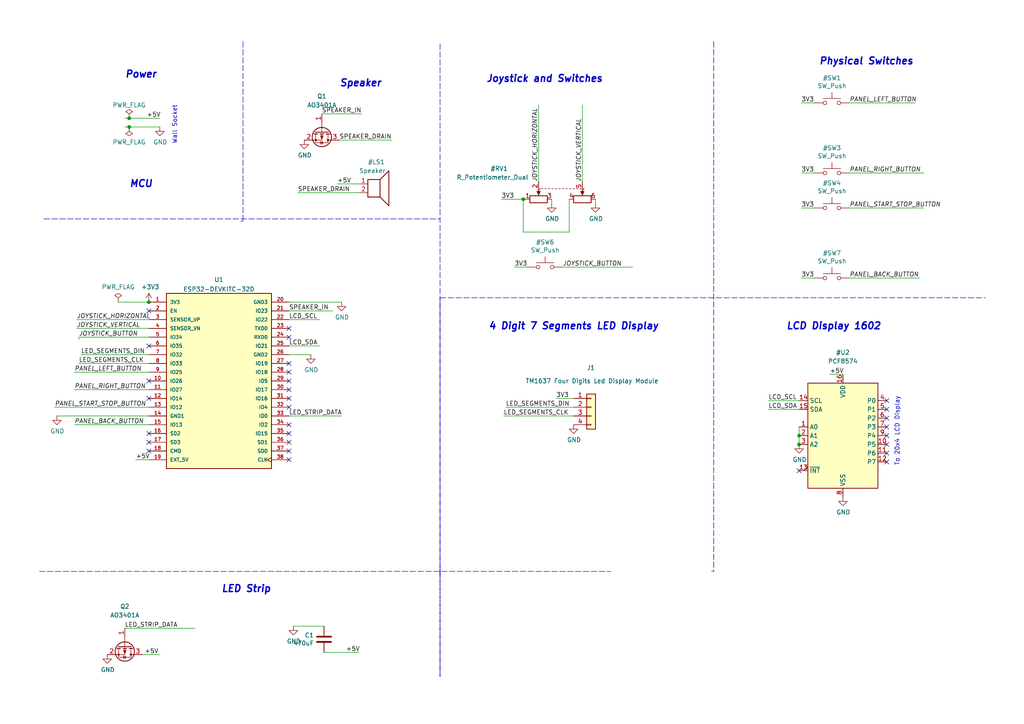
<source format=kicad_sch>
(kicad_sch (version 20211123) (generator eeschema)
  (paper "A4")
  (lib_symbols
    (symbol "Connector_Generic:Conn_01x04" (pin_names (offset 1.016) hide)
      (property "Reference" "J" (at 0 5.08 0))
      (property "Value" "Conn_01x04" (at 0 -7.62 0))
      (symbol "Conn_01x04_1_1"
        (rectangle (start -1.27 -4.953) (end 0 -5.207) (stroke (width 0.1524)))
        (rectangle (start -1.27 -2.413) (end 0 -2.667) (stroke (width 0.1524)))
        (rectangle (start -1.27 0.127) (end 0 -0.127) (stroke (width 0.1524)))
        (rectangle (start -1.27 2.667) (end 0 2.413) (stroke (width 0.1524)))
        (rectangle (start -1.27 3.81) (end 1.27 -6.35) (stroke (width 0.254)) (fill (type background)))
        (pin passive line (at -5.08 2.54 0) (length 3.81) (name "Pin_1") (number "1"))
        (pin passive line (at -5.08 0 0) (length 3.81) (name "Pin_2") (number "2"))
        (pin passive line (at -5.08 -2.54 0) (length 3.81) (name "Pin_3") (number "3"))
        (pin passive line (at -5.08 -5.08 0) (length 3.81) (name "Pin_4") (number "4"))
      )
    )
    (symbol "Device:C" (pin_numbers hide) (pin_names (offset 0.254))
      (property "Reference" "C" (at 0.635 2.54 0))
      (property "Value" "C" (at 0.635 -2.54 0))
      (symbol "C_0_1"
        (polyline (pts (xy -2.032 -0.762) (xy 2.032 -0.762)) (stroke (width 0.508)))
        (polyline (pts (xy -2.032 0.762) (xy 2.032 0.762)) (stroke (width 0.508)))
      )
      (symbol "C_1_1"
        (pin passive line (at 0 3.81 270) (length 2.794) (name "~") (number "1"))
        (pin passive line (at 0 -3.81 90) (length 2.794) (name "~") (number "2"))
      )
    )
    (symbol "Device:R_Potentiometer_Dual" (pin_names (offset 1.016) hide)
      (property "Reference" "RV" (at 0 3.81 0))
      (property "Value" "R_Potentiometer_Dual" (at 0 1.905 0))
      (symbol "R_Potentiometer_Dual_0_1"
        (rectangle (start -8.89 -1.524) (end -3.81 -3.556) (stroke (width 0.254)))
        (polyline (pts (xy -6.35 0) (xy -6.35 -1.016)))
        (polyline (pts (xy -6.35 0) (xy -6.35 -1.016)))
        (polyline (pts (xy -6.35 0) (xy -5.842 0.508)))
        (polyline (pts (xy -5.588 0.508) (xy -5.08 0.508)))
        (polyline (pts (xy -4.572 0.508) (xy -4.064 0.508)))
        (polyline (pts (xy -3.556 0.508) (xy -3.048 0.508)))
        (polyline (pts (xy -2.54 0.508) (xy -2.032 0.508)))
        (polyline (pts (xy -1.524 0.508) (xy -1.016 0.508)))
        (polyline (pts (xy -0.508 0.508) (xy 0 0.508)))
        (polyline (pts (xy 0.508 0.508) (xy 1.016 0.508)))
        (polyline (pts (xy 1.524 0.508) (xy 2.032 0.508)))
        (polyline (pts (xy 2.54 0.508) (xy 3.048 0.508)))
        (polyline (pts (xy 3.556 0.508) (xy 4.064 0.508)))
        (polyline (pts (xy 4.572 0.508) (xy 5.08 0.508)))
        (polyline (pts (xy 5.588 0.508) (xy 6.096 0.508)))
        (polyline (pts (xy 6.35 0) (xy 6.35 -1.016)))
        (polyline (pts (xy 6.35 0) (xy 6.35 -1.016)))
        (polyline (pts (xy 6.604 0.508) (xy 6.858 0.508) (xy 6.35 0)))
        (polyline (pts (xy -6.35 -1.397) (xy -6.858 -0.254) (xy -5.842 -0.254) (xy -6.35 -1.397)) (fill (type outline)))
        (polyline (pts (xy 6.35 -1.397) (xy 5.842 -0.254) (xy 6.858 -0.254) (xy 6.35 -1.397)) (fill (type outline)))
        (rectangle (start 3.81 -1.524) (end 8.89 -3.556) (stroke (width 0.254)))
      )
      (symbol "R_Potentiometer_Dual_1_1"
        (pin passive line (at -10.16 -2.54 0) (length 1.27) (name "1") (number "1"))
        (pin passive line (at -6.35 2.54 270) (length 2.54) (name "2") (number "2"))
        (pin passive line (at -2.54 -2.54 180) (length 1.27) (name "3") (number "3"))
        (pin passive line (at 2.54 -2.54 0) (length 1.27) (name "4") (number "4"))
        (pin passive line (at 6.35 2.54 270) (length 2.54) (name "5") (number "5"))
        (pin passive line (at 10.16 -2.54 180) (length 1.27) (name "6") (number "6"))
      )
    )
    (symbol "Device:Speaker" (pin_names (offset 0) hide)
      (property "Reference" "LS" (at 1.27 5.715 0))
      (property "Value" "Speaker" (at 1.27 3.81 0))
      (symbol "Speaker_0_0"
        (rectangle (start -2.54 1.27) (end 1.016 -3.81) (stroke (width 0.254)))
        (polyline (pts (xy 1.016 1.27) (xy 3.556 3.81) (xy 3.556 -6.35) (xy 1.016 -3.81)) (stroke (width 0.254)))
      )
      (symbol "Speaker_1_1"
        (pin input line (at -5.08 0 0) (length 2.54) (name "1") (number "1"))
        (pin input line (at -5.08 -2.54 0) (length 2.54) (name "2") (number "2"))
      )
    )
    (symbol "ESP32-DEVKITC-32D:ESP32-DEVKITC-32D" (pin_names (offset 1.016))
      (property "Reference" "U" (at -15.2654 26.0604 0))
      (property "Value" "ESP32-DEVKITC-32D" (at -15.2654 -27.9654 0))
      (symbol "ESP32-DEVKITC-32D_0_0"
        (rectangle (start -15.24 -25.4) (end 15.24 25.4) (stroke (width 0.254)) (fill (type background)))
        (pin power_in line (at -20.32 22.86 0) (length 5.08) (name "3V3") (number "1"))
        (pin bidirectional line (at -20.32 0 0) (length 5.08) (name "IO26") (number "10"))
        (pin bidirectional line (at -20.32 -2.54 0) (length 5.08) (name "IO27") (number "11"))
        (pin bidirectional line (at -20.32 -5.08 0) (length 5.08) (name "IO14") (number "12"))
        (pin bidirectional line (at -20.32 -7.62 0) (length 5.08) (name "IO12") (number "13"))
        (pin power_in line (at -20.32 -10.16 0) (length 5.08) (name "GND1") (number "14"))
        (pin bidirectional line (at -20.32 -12.7 0) (length 5.08) (name "IO13") (number "15"))
        (pin bidirectional line (at -20.32 -15.24 0) (length 5.08) (name "SD2") (number "16"))
        (pin bidirectional line (at -20.32 -17.78 0) (length 5.08) (name "SD3") (number "17"))
        (pin bidirectional line (at -20.32 -20.32 0) (length 5.08) (name "CMD") (number "18"))
        (pin power_in line (at -20.32 -22.86 0) (length 5.08) (name "EXT_5V") (number "19"))
        (pin input line (at -20.32 20.32 0) (length 5.08) (name "EN") (number "2"))
        (pin power_in line (at 20.32 22.86 180) (length 5.08) (name "GND3") (number "20"))
        (pin bidirectional line (at 20.32 20.32 180) (length 5.08) (name "IO23") (number "21"))
        (pin bidirectional line (at 20.32 17.78 180) (length 5.08) (name "IO22") (number "22"))
        (pin output line (at 20.32 15.24 180) (length 5.08) (name "TXD0") (number "23"))
        (pin input line (at 20.32 12.7 180) (length 5.08) (name "RXD0") (number "24"))
        (pin bidirectional line (at 20.32 10.16 180) (length 5.08) (name "IO21") (number "25"))
        (pin power_in line (at 20.32 7.62 180) (length 5.08) (name "GND2") (number "26"))
        (pin bidirectional line (at 20.32 5.08 180) (length 5.08) (name "IO19") (number "27"))
        (pin bidirectional line (at 20.32 2.54 180) (length 5.08) (name "IO18") (number "28"))
        (pin bidirectional line (at 20.32 0 180) (length 5.08) (name "IO5") (number "29"))
        (pin input line (at -20.32 17.78 0) (length 5.08) (name "SENSOR_VP") (number "3"))
        (pin bidirectional line (at 20.32 -2.54 180) (length 5.08) (name "IO17") (number "30"))
        (pin bidirectional line (at 20.32 -5.08 180) (length 5.08) (name "IO16") (number "31"))
        (pin bidirectional line (at 20.32 -7.62 180) (length 5.08) (name "IO4") (number "32"))
        (pin bidirectional line (at 20.32 -10.16 180) (length 5.08) (name "IO0") (number "33"))
        (pin bidirectional line (at 20.32 -12.7 180) (length 5.08) (name "IO2") (number "34"))
        (pin bidirectional line (at 20.32 -15.24 180) (length 5.08) (name "IO15") (number "35"))
        (pin bidirectional line (at 20.32 -17.78 180) (length 5.08) (name "SD1") (number "36"))
        (pin bidirectional line (at 20.32 -20.32 180) (length 5.08) (name "SD0") (number "37"))
        (pin input clock (at 20.32 -22.86 180) (length 5.08) (name "CLK") (number "38"))
        (pin input line (at -20.32 15.24 0) (length 5.08) (name "SENSOR_VN") (number "4"))
        (pin bidirectional line (at -20.32 12.7 0) (length 5.08) (name "IO34") (number "5"))
        (pin bidirectional line (at -20.32 10.16 0) (length 5.08) (name "IO35") (number "6"))
        (pin bidirectional line (at -20.32 7.62 0) (length 5.08) (name "IO32") (number "7"))
        (pin bidirectional line (at -20.32 5.08 0) (length 5.08) (name "IO33") (number "8"))
        (pin bidirectional line (at -20.32 2.54 0) (length 5.08) (name "IO25") (number "9"))
      )
    )
    (symbol "Interface_Expansion:PCF8574"
      (property "Reference" "U" (at -8.89 16.51 0))
      (property "Value" "PCF8574" (at 2.54 16.51 0))
      (symbol "PCF8574_0_1"
        (rectangle (start -10.16 15.24) (end 10.16 -15.24) (stroke (width 0.254)) (fill (type background)))
      )
      (symbol "PCF8574_1_1"
        (pin input line (at -12.7 2.54 0) (length 2.54) (name "A0") (number "1"))
        (pin bidirectional line (at 12.7 -2.54 180) (length 2.54) (name "P5") (number "10"))
        (pin bidirectional line (at 12.7 -5.08 180) (length 2.54) (name "P6") (number "11"))
        (pin bidirectional line (at 12.7 -7.62 180) (length 2.54) (name "P7") (number "12"))
        (pin open_collector output_low (at -12.7 -10.16 0) (length 2.54) (name "~{INT}") (number "13"))
        (pin input line (at -12.7 10.16 0) (length 2.54) (name "SCL") (number "14"))
        (pin bidirectional line (at -12.7 7.62 0) (length 2.54) (name "SDA") (number "15"))
        (pin power_in line (at 0 17.78 270) (length 2.54) (name "VDD") (number "16"))
        (pin input line (at -12.7 0 0) (length 2.54) (name "A1") (number "2"))
        (pin input line (at -12.7 -2.54 0) (length 2.54) (name "A2") (number "3"))
        (pin bidirectional line (at 12.7 10.16 180) (length 2.54) (name "P0") (number "4"))
        (pin bidirectional line (at 12.7 7.62 180) (length 2.54) (name "P1") (number "5"))
        (pin bidirectional line (at 12.7 5.08 180) (length 2.54) (name "P2") (number "6"))
        (pin bidirectional line (at 12.7 2.54 180) (length 2.54) (name "P3") (number "7"))
        (pin power_in line (at 0 -17.78 90) (length 2.54) (name "VSS") (number "8"))
        (pin bidirectional line (at 12.7 0 180) (length 2.54) (name "P4") (number "9"))
      )
    )
    (symbol "Switch:SW_Push" (pin_numbers hide) (pin_names (offset 1.016) hide)
      (property "Reference" "SW" (at 1.27 2.54 0))
      (property "Value" "SW_Push" (at 0 -1.524 0))
      (symbol "SW_Push_0_1"
        (circle (center -2.032 0) (radius 0.508))
        (polyline (pts (xy 0 1.27) (xy 0 3.048)))
        (polyline (pts (xy 2.54 1.27) (xy -2.54 1.27)))
        (circle (center 2.032 0) (radius 0.508))
        (pin passive line (at -5.08 0 0) (length 2.54) (name "1") (number "1"))
        (pin passive line (at 5.08 0 180) (length 2.54) (name "2") (number "2"))
      )
    )
    (symbol "Transistor_FET:AO3401A" (pin_names hide)
      (property "Reference" "Q" (at 5.08 1.905 0))
      (property "Value" "AO3401A" (at 5.08 0 0))
      (symbol "AO3401A_0_1"
        (polyline (pts (xy 0.254 0) (xy -2.54 0)))
        (polyline (pts (xy 0.254 1.905) (xy 0.254 -1.905)) (stroke (width 0.254)))
        (polyline (pts (xy 0.762 -1.27) (xy 0.762 -2.286)) (stroke (width 0.254)))
        (polyline (pts (xy 0.762 0.508) (xy 0.762 -0.508)) (stroke (width 0.254)))
        (polyline (pts (xy 0.762 2.286) (xy 0.762 1.27)) (stroke (width 0.254)))
        (polyline (pts (xy 2.54 2.54) (xy 2.54 1.778)))
        (polyline (pts (xy 2.54 -2.54) (xy 2.54 0) (xy 0.762 0)))
        (polyline (pts (xy 0.762 1.778) (xy 3.302 1.778) (xy 3.302 -1.778) (xy 0.762 -1.778)))
        (polyline (pts (xy 2.286 0) (xy 1.27 0.381) (xy 1.27 -0.381) (xy 2.286 0)) (fill (type outline)))
        (polyline (pts (xy 2.794 -0.508) (xy 2.921 -0.381) (xy 3.683 -0.381) (xy 3.81 -0.254)))
        (polyline (pts (xy 3.302 -0.381) (xy 2.921 0.254) (xy 3.683 0.254) (xy 3.302 -0.381)))
        (circle (center 1.651 0) (radius 2.794) (stroke (width 0.254)))
        (circle (center 2.54 -1.778) (radius 0.254) (fill (type outline)))
        (circle (center 2.54 1.778) (radius 0.254) (fill (type outline)))
      )
      (symbol "AO3401A_1_1"
        (pin input line (at -5.08 0 0) (length 2.54) (name "G") (number "1"))
        (pin passive line (at 2.54 -5.08 90) (length 2.54) (name "S") (number "2"))
        (pin passive line (at 2.54 5.08 270) (length 2.54) (name "D") (number "3"))
      )
    )
    (symbol "power:+3V3" (power) (pin_names (offset 0))
      (property "Value" "+3V3" (at 0 3.556 0))
      (symbol "+3V3_0_1"
        (polyline (pts (xy -0.762 1.27) (xy 0 2.54)))
        (polyline (pts (xy 0 0) (xy 0 2.54)))
        (polyline (pts (xy 0 2.54) (xy 0.762 1.27)))
      )
      (symbol "+3V3_1_1"
        (pin power_in line (at 0 0 90) (length 0) hide (name "+3V3") (number "1"))
      )
    )
    (symbol "power:GND" (power) (pin_names (offset 0))
      (property "Value" "GND" (at 0 -3.81 0))
      (symbol "GND_0_1"
        (polyline (pts (xy 0 0) (xy 0 -1.27) (xy 1.27 -1.27) (xy 0 -2.54) (xy -1.27 -1.27) (xy 0 -1.27)))
      )
      (symbol "GND_1_1"
        (pin power_in line (at 0 0 270) (length 0) hide (name "GND") (number "1"))
      )
    )
    (symbol "power:PWR_FLAG" (power) (pin_numbers hide) (pin_names (offset 0) hide)
      (property "Value" "PWR_FLAG" (at 0 3.81 0))
      (symbol "PWR_FLAG_0_0"
        (pin power_out line (at 0 0 90) (length 0) (name "pwr") (number "1"))
      )
      (symbol "PWR_FLAG_0_1"
        (polyline (pts (xy 0 0) (xy 0 1.27) (xy -1.016 1.905) (xy 0 2.54) (xy 1.016 1.905) (xy 0 1.27)))
      )
    )
  )
  (junction (at 151.765 57.785))
  (junction (at 231.775 126.365))
  (junction (at 37.465 36.83))
  (junction (at 37.465 34.29))
  (junction (at 43.18 87.63))
  (junction (at 231.775 128.905))
  (no_connect (at 83.82 113.03))
  (no_connect (at 43.18 100.33))
  (no_connect (at 257.175 116.205))
  (no_connect (at 83.82 97.79))
  (no_connect (at 43.18 115.57))
  (no_connect (at 257.175 123.825))
  (no_connect (at 257.175 121.285))
  (no_connect (at 43.18 90.17))
  (no_connect (at 257.175 118.745))
  (no_connect (at 257.175 133.985))
  (no_connect (at 43.18 110.49))
  (no_connect (at 43.18 130.81))
  (no_connect (at 257.175 128.905))
  (no_connect (at 83.82 115.57))
  (no_connect (at 83.82 123.19))
  (no_connect (at 83.82 105.41))
  (no_connect (at 83.82 107.95))
  (no_connect (at 83.82 110.49))
  (no_connect (at 257.175 131.445))
  (no_connect (at 43.18 125.73))
  (no_connect (at 83.82 118.11))
  (no_connect (at 231.775 136.525))
  (no_connect (at 43.18 128.27))
  (no_connect (at 83.82 130.81))
  (no_connect (at 83.82 128.27))
  (no_connect (at 83.82 95.25))
  (no_connect (at 257.175 126.365))
  (no_connect (at 83.82 133.35))
  (no_connect (at 83.82 125.73))
  (wire (pts (xy 86.36 55.88) (xy 104.14 55.88)))
  (polyline (pts (xy 127.635 86.36) (xy 285.75 86.36)))
  (wire (pts (xy 146.05 120.65) (xy 166.37 120.65)))
  (polyline (pts (xy 127.635 165.1) (xy 127.635 196.215)))
  (wire (pts (xy 246.38 80.645) (xy 266.7 80.645)))
  (wire (pts (xy 104.14 53.34) (xy 97.79 53.34)))
  (wire (pts (xy 246.38 29.845) (xy 265.43 29.845)))
  (wire (pts (xy 36.195 182.245) (xy 56.515 182.245)))
  (wire (pts (xy 21.59 123.19) (xy 43.18 123.19)))
  (wire (pts (xy 37.465 34.29) (xy 46.355 34.29)))
  (wire (pts (xy 93.98 181.61) (xy 85.09 181.61)))
  (wire (pts (xy 232.41 80.645) (xy 236.22 80.645)))
  (wire (pts (xy 165.1 57.785) (xy 165.1 67.31)))
  (wire (pts (xy 43.18 105.41) (xy 22.86 105.41)))
  (wire (pts (xy 41.275 189.865) (xy 46.355 189.865)))
  (wire (pts (xy 43.18 92.71) (xy 22.225 92.71)))
  (wire (pts (xy 231.775 126.365) (xy 231.775 123.825)))
  (wire (pts (xy 43.18 97.79) (xy 22.86 97.79)))
  (wire (pts (xy 43.18 95.25) (xy 22.225 95.25)))
  (wire (pts (xy 104.14 189.23) (xy 93.98 189.23)))
  (wire (pts (xy 43.18 87.63) (xy 34.29 87.63)))
  (wire (pts (xy 83.82 90.17) (xy 96.52 90.17)))
  (wire (pts (xy 151.765 57.785) (xy 152.4 57.785)))
  (polyline (pts (xy 207.01 12.065) (xy 207.01 165.735)))
  (wire (pts (xy 168.91 30.48) (xy 168.91 52.705)))
  (wire (pts (xy 93.345 33.02) (xy 104.775 33.02)))
  (wire (pts (xy 156.21 30.48) (xy 156.21 52.705)))
  (wire (pts (xy 37.465 36.83) (xy 46.355 36.83)))
  (wire (pts (xy 163.195 77.47) (xy 183.515 77.47)))
  (wire (pts (xy 231.775 128.905) (xy 231.775 126.365)))
  (wire (pts (xy 21.59 113.03) (xy 43.18 113.03)))
  (wire (pts (xy 83.82 92.71) (xy 92.71 92.71)))
  (wire (pts (xy 236.22 29.845) (xy 232.41 29.845)))
  (polyline (pts (xy 69.85 64.135) (xy 70.485 64.135)))
  (wire (pts (xy 246.38 50.165) (xy 267.97 50.165)))
  (wire (pts (xy 83.82 102.87) (xy 90.17 102.87)))
  (wire (pts (xy 83.82 87.63) (xy 99.06 87.63)))
  (wire (pts (xy 153.035 77.47) (xy 149.225 77.47)))
  (wire (pts (xy 16.51 120.65) (xy 43.18 120.65)))
  (wire (pts (xy 98.425 40.64) (xy 113.665 40.64)))
  (wire (pts (xy 246.38 60.325) (xy 267.97 60.325)))
  (polyline (pts (xy 70.485 12.065) (xy 70.485 64.135)))
  (wire (pts (xy 83.82 120.65) (xy 99.06 120.65)))
  (wire (pts (xy 22.86 97.79) (xy 22.86 98.425)))
  (wire (pts (xy 231.775 118.745) (xy 222.885 118.745)))
  (wire (pts (xy 151.765 67.31) (xy 165.1 67.31)))
  (polyline (pts (xy 12.7 63.5) (xy 127.635 63.5)))
  (polyline (pts (xy 206.375 165.735) (xy 207.01 165.735)))
  (wire (pts (xy 236.22 50.165) (xy 232.41 50.165)))
  (polyline (pts (xy 11.43 165.735) (xy 177.165 165.735)))
  (wire (pts (xy 236.22 60.325) (xy 232.41 60.325)))
  (polyline (pts (xy 127.635 167.005) (xy 127.635 86.36)))
  (wire (pts (xy 15.875 118.11) (xy 43.18 118.11)))
  (wire (pts (xy 172.72 59.055) (xy 172.72 57.785)))
  (wire (pts (xy 160.02 59.055) (xy 160.02 57.785)))
  (wire (pts (xy 161.29 115.57) (xy 166.37 115.57)))
  (wire (pts (xy 146.685 118.11) (xy 166.37 118.11)))
  (wire (pts (xy 151.765 57.785) (xy 151.765 67.31)))
  (wire (pts (xy 145.415 57.785) (xy 151.765 57.785)))
  (wire (pts (xy 240.665 108.585) (xy 244.475 108.585)))
  (wire (pts (xy 36.195 34.29) (xy 37.465 34.29)))
  (wire (pts (xy 222.885 116.205) (xy 231.775 116.205)))
  (wire (pts (xy 23.495 102.87) (xy 43.18 102.87)))
  (wire (pts (xy 83.82 100.33) (xy 92.71 100.33)))
  (polyline (pts (xy 127.635 12.7) (xy 127.635 196.215)))
  (wire (pts (xy 21.59 107.95) (xy 43.18 107.95)))
  (wire (pts (xy 36.195 36.83) (xy 37.465 36.83)))
  (wire (pts (xy 43.18 133.35) (xy 39.37 133.35)))
  (text "Wall Socket\n" (at 51.435 41.91 90) (effects (font (size 1.27 1.27)) (justify left bottom)))
  (text "4 Digit 7 Segments LED Display" (at 141.605 95.885 0) (effects (font (size 2.0066 2.0066) (thickness 0.4013) bold italic) (justify left bottom)))
  (text "\nLCD Display 1602" (at 227.965 95.885 0) (effects (font (size 2.0066 2.0066) (thickness 0.4013) bold italic) (justify left bottom)))
  (text "Speaker" (at 98.425 25.4 0) (effects (font (size 2.0066 2.0066) (thickness 0.4013) bold italic) (justify left bottom)))
  (text "Joystick and Switches" (at 140.97 24.13 0) (effects (font (size 2.0066 2.0066) (thickness 0.4013) bold italic) (justify left bottom)))
  (text "Physical Switches" (at 237.49 19.05 0) (effects (font (size 2.0066 2.0066) (thickness 0.4013) bold italic) (justify left bottom)))
  (text "To 20x4 LCD Display" (at 260.985 114.935 270) (effects (font (size 1.27 1.27)) (justify right bottom)))
  (text "Power" (at 36.195 22.86 0) (effects (font (size 2.0066 2.0066) (thickness 0.4013) bold italic) (justify left bottom)))
  (text "MCU" (at 37.465 54.61 0) (effects (font (size 2.0066 2.0066) (thickness 0.4013) bold italic) (justify left bottom)))
  (text "LED Strip" (at 64.135 172.085 0) (effects (font (size 2.0066 2.0066) (thickness 0.4013) bold italic) (justify left bottom)))
  (label "+5V" (at 42.545 34.29 0))
  (label "3V3" (at 149.225 77.47 0))
  (label "LCD_SDA" (at 222.885 118.745 0))
  (label "LED_SEGMENTS_CLK" (at 22.86 105.41 0))
  (label "+5V" (at 240.665 108.585 0))
  (label "LCD_SCL" (at 222.885 116.205 0))
  (label "SPEAKER_DRAIN" (at 86.36 55.88 0))
  (label "PANEL_BACK_BUTTON" (at 21.59 123.19 0) (effects (font italic)))
  (label "+5V" (at 39.37 133.35 0))
  (label "LED_SEGMENTS_DIN" (at 146.685 118.11 0))
  (label "3V3" (at 232.41 80.645 0))
  (label "LED_STRIP_DATA" (at 83.82 120.65 0))
  (label "PANEL_START_STOP_BUTTON" (at 15.875 118.11 0) (effects (font italic)))
  (label "PANEL_LEFT_BUTTON" (at 21.59 107.95 0) (effects (font italic)))
  (label "JOYSTICK_HORIZONTAL" (at 156.21 52.705 90) (effects (font italic)))
  (label "PANEL_LEFT_BUTTON" (at 246.38 29.845 0) (effects (font italic)))
  (label "+5V" (at 41.91 189.865 0))
  (label "JOYSTICK_BUTTON" (at 163.195 77.47 0) (effects (font italic)))
  (label "LCD_SCL" (at 83.82 92.71 0))
  (label "LED_STRIP_DATA" (at 36.195 182.245 0))
  (label "3V3" (at 161.29 115.57 0))
  (label "PANEL_BACK_BUTTON" (at 246.38 80.645 0) (effects (font italic)))
  (label "3V3" (at 232.41 29.845 0))
  (label "PANEL_START_STOP_BUTTON" (at 246.38 60.325 0) (effects (font italic)))
  (label "3V3" (at 232.41 50.165 0))
  (label "JOYSTICK_HORIZONTAL" (at 22.225 92.71 0) (effects (font italic)))
  (label "3V3" (at 145.415 57.785 0))
  (label "SPEAKER_IN" (at 93.345 33.02 0))
  (label "LED_SEGMENTS_DIN" (at 23.495 102.87 0))
  (label "SPEAKER_DRAIN" (at 98.425 40.64 0))
  (label "+5V" (at 97.79 53.34 0))
  (label "PANEL_RIGHT_BUTTON" (at 246.38 50.165 0) (effects (font italic)))
  (label "LCD_SDA" (at 83.82 100.33 0))
  (label "LED_SEGMENTS_CLK" (at 146.05 120.65 0))
  (label "JOYSTICK_VERTICAL" (at 168.91 52.705 90) (effects (font italic)))
  (label "+5V" (at 100.33 189.23 0))
  (label "SPEAKER_IN" (at 83.82 90.17 0))
  (label "3V3" (at 232.41 60.325 0))
  (label "JOYSTICK_VERTICAL" (at 22.225 95.25 0) (effects (font italic)))
  (label "PANEL_RIGHT_BUTTON" (at 21.59 113.03 0) (effects (font italic)))
  (label "JOYSTICK_BUTTON" (at 22.86 97.79 0) (effects (font italic)))
  (symbol (lib_id "Device:Speaker") (at 109.22 53.34 0) (unit 1)
    (property "Reference" "#LS1" (at 106.68 46.99 0) (effects (justify left)))
    (property "Value" "Speaker" (at 104.14 49.53 0) (effects (justify left)))
  )
  (symbol (lib_id "Interface_Expansion:PCF8574") (at 244.475 126.365 0) (unit 1)
    (property "Reference" "#U2" (at 244.475 102.235 0))
    (property "Value" "PCF8574" (at 244.475 104.775 0))
    (property "Datasheet" "http://www.nxp.com/documents/data_sheet/PCF8574_PCF8574A.pdf" (effects hide))
  )
  (symbol (lib_id "power:PWR_FLAG") (at 37.465 34.29 0) (unit 1)
    (property "Reference" "#FLG0101" (effects hide))
    (property "Value" "PWR_FLAG" (at 37.465 30.48 0))
  )
  (symbol (lib_id "power:GND") (at 46.355 36.83 0) (unit 1)
    (property "Reference" "#PWR0101" (effects hide))
    (property "Value" "GND" (at 46.482 41.2242 0))
  )
  (symbol (lib_id "power:GND") (at 99.06 87.63 0) (unit 1)
    (property "Reference" "#PWR0102" (effects hide))
    (property "Value" "GND" (at 99.187 92.0242 0))
  )
  (symbol (lib_id "power:GND") (at 16.51 120.65 0) (unit 1)
    (property "Reference" "#PWR0103" (effects hide))
    (property "Value" "GND" (at 16.637 125.0442 0))
  )
  (symbol (lib_id "power:GND") (at 90.17 102.87 0) (unit 1)
    (property "Reference" "#PWR0104" (effects hide))
    (property "Value" "GND" (at 90.297 107.2642 0))
  )
  (symbol (lib_id "power:GND") (at 244.475 144.145 0) (unit 1)
    (property "Reference" "#PWR0107" (effects hide))
    (property "Value" "GND" (at 244.602 148.5392 0))
  )
  (symbol (lib_id "power:GND") (at 231.775 128.905 0) (unit 1)
    (property "Reference" "#PWR0108" (effects hide))
    (property "Value" "GND" (at 231.902 133.2992 0))
  )
  (symbol (lib_id "power:PWR_FLAG") (at 37.465 36.83 180) (unit 1)
    (property "Reference" "#FLG0102" (effects hide))
    (property "Value" "PWR_FLAG" (at 37.465 41.2242 0))
  )
  (symbol (lib_id "Transistor_FET:AO3401A") (at 36.195 187.325 270) (unit 1)
    (property "Reference" "Q2" (at 36.195 175.895 90))
    (property "Value" "AO3401A" (at 36.195 178.435 90))
    (property "Footprint" "Package_TO_SOT_SMD:SOT-23" (effects hide))
    (property "Datasheet" "http://www.aosmd.com/pdfs/datasheet/AO3401A.pdf" (effects hide))
  )
  (symbol (lib_id "power:GND") (at 31.115 189.865 0) (unit 1)
    (property "Reference" "#PWR0114" (effects hide))
    (property "Value" "GND" (at 31.242 194.2592 0))
  )
  (symbol (lib_id "Device:C") (at 93.98 185.42 0) (mirror y) (unit 1)
    (property "Reference" "C1" (at 91.059 184.2516 0) (effects (justify left)))
    (property "Value" "470uF" (at 91.059 186.563 0) (effects (justify left)))
    (property "Footprint" "Capacitor_THT:CP_Radial_D5.0mm_P2.50mm" (effects hide))
  )
  (symbol (lib_id "power:GND") (at 85.09 181.61 0) (unit 1)
    (property "Reference" "#PWR07" (effects hide))
    (property "Value" "GND" (at 85.217 186.0042 0))
  )
  (symbol (lib_id "Transistor_FET:AO3401A") (at 93.345 38.1 270) (unit 1)
    (property "Reference" "Q1" (at 93.345 27.94 90))
    (property "Value" "AO3401A" (at 93.345 30.48 90))
    (property "Footprint" "Package_TO_SOT_SMD:SOT-23" (effects hide))
    (property "Datasheet" "http://www.aosmd.com/pdfs/datasheet/AO3401A.pdf" (effects hide))
  )
  (symbol (lib_id "power:GND") (at 88.265 40.64 0) (unit 1)
    (property "Reference" "#PWR0117" (effects hide))
    (property "Value" "GND" (at 88.392 45.0342 0))
  )
  (symbol (lib_id "power:+3V3") (at 43.18 87.63 0) (unit 1)
    (property "Reference" "#PWR0120" (effects hide))
    (property "Value" "+3V3" (at 43.561 83.2358 0))
  )
  (symbol (lib_id "Switch:SW_Push") (at 241.3 50.165 0) (unit 1)
    (property "Reference" "#SW3" (at 241.3 42.926 0))
    (property "Value" "SW_Push" (at 241.3 45.2374 0))
  )
  (symbol (lib_id "Switch:SW_Push") (at 241.3 29.845 0) (unit 1)
    (property "Reference" "#SW1" (at 241.3 22.606 0))
    (property "Value" "SW_Push" (at 241.3 24.9174 0))
  )
  (symbol (lib_id "Switch:SW_Push") (at 241.3 60.325 0) (unit 1)
    (property "Reference" "#SW4" (at 241.3 53.086 0))
    (property "Value" "SW_Push" (at 241.3 55.3974 0))
  )
  (symbol (lib_id "Switch:SW_Push") (at 241.3 80.645 0) (unit 1)
    (property "Reference" "#SW7" (at 241.3 73.406 0))
    (property "Value" "SW_Push" (at 241.3 75.7174 0))
  )
  (symbol (lib_id "power:PWR_FLAG") (at 34.29 87.63 0) (unit 1)
    (property "Reference" "#FLG0103" (effects hide))
    (property "Value" "PWR_FLAG" (at 34.29 83.2358 0))
  )
  (symbol (lib_id "power:GND") (at 172.72 59.055 0) (unit 1)
    (property "Reference" "#PWR0105" (effects hide))
    (property "Value" "GND" (at 172.847 63.4492 0))
  )
  (symbol (lib_id "power:GND") (at 166.37 123.19 0) (unit 1)
    (property "Reference" "#PWR0109" (effects hide))
    (property "Value" "GND" (at 166.497 127.5842 0))
  )
  (symbol (lib_id "Connector_Generic:Conn_01x04") (at 171.45 118.11 0) (unit 1)
    (property "Reference" "J1" (at 170.18 106.68 0) (effects (justify left)))
    (property "Value" "TM1637 Four Digits Led Display Module" (at 152.4 110.49 0) (effects (justify left)))
  )
  (symbol (lib_id "ESP32-DEVKITC-32D:ESP32-DEVKITC-32D") (at 63.5 110.49 0) (unit 1)
    (property "Reference" "U1" (at 63.5 81.1235 0))
    (property "Value" "ESP32-DEVKITC-32D" (at 63.5 83.8986 0))
    (property "Footprint" "ESP32:MODULE_ESP32-DEVKITC-32D" (effects hide))
    (property "PARTREV" "4" (effects hide))
    (property "MANUFACTURER" "Espressif Systems" (effects hide))
  )
  (symbol (lib_id "Device:R_Potentiometer_Dual") (at 162.56 55.245 0) (unit 1)
    (property "Reference" "#RV1" (at 144.78 48.895 0))
    (property "Value" "R_Potentiometer_Dual" (at 142.875 51.435 0))
  )
  (symbol (lib_id "power:GND") (at 160.02 59.055 0) (unit 1)
    (property "Reference" "#PWR0106" (effects hide))
    (property "Value" "GND" (at 160.147 63.4492 0))
  )
  (symbol (lib_id "Switch:SW_Push") (at 158.115 77.47 0) (unit 1)
    (property "Reference" "#SW6" (at 158.115 70.231 0))
    (property "Value" "SW_Push" (at 158.115 72.5424 0))
  )
)
</source>
